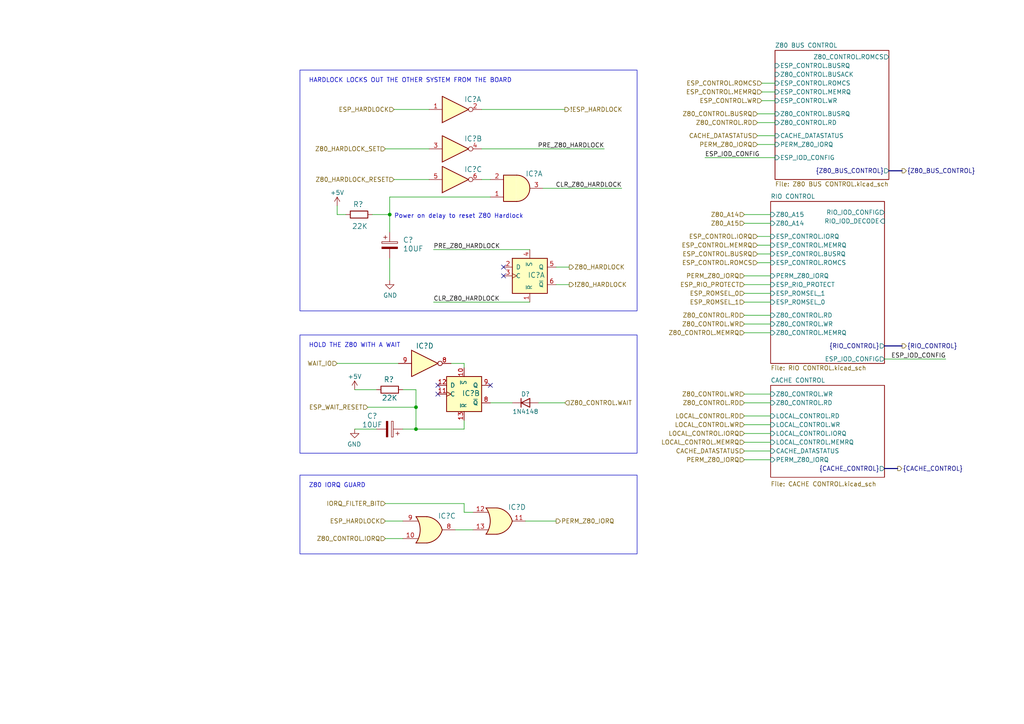
<source format=kicad_sch>
(kicad_sch (version 20230121) (generator eeschema)
  (paper "A4")
  (title_block (comment 1 "This is a 74 series logic implemenation of the GLUE logic for a ZXspectrum FujiNet"))
  (lib_symbols
    (symbol "74xx:74HC04"
      (property "Reference" "U" (at 0 1.27 0))
      (property "Value" "74HC04" (at 0 -1.27 0))
      (symbol "74HC04_1_0"
        (polyline (pts (xy -3.81 3.81) (xy -3.81 -3.81) (xy 3.81 0) (xy -3.81 3.81)) (stroke (width 0.254)) (fill (type background)))
        (pin input line (at -7.62 0 0) (length 3.81) (name "~") (number "1"))
        (pin output inverted (at 7.62 0 180) (length 3.81) (name "~") (number "2"))
      )
      (symbol "74HC04_2_0"
        (polyline (pts (xy -3.81 3.81) (xy -3.81 -3.81) (xy 3.81 0) (xy -3.81 3.81)) (stroke (width 0.254)) (fill (type background)))
        (pin input line (at -7.62 0 0) (length 3.81) (name "~") (number "3"))
        (pin output inverted (at 7.62 0 180) (length 3.81) (name "~") (number "4"))
      )
      (symbol "74HC04_3_0"
        (polyline (pts (xy -3.81 3.81) (xy -3.81 -3.81) (xy 3.81 0) (xy -3.81 3.81)) (stroke (width 0.254)) (fill (type background)))
        (pin input line (at -7.62 0 0) (length 3.81) (name "~") (number "5"))
        (pin output inverted (at 7.62 0 180) (length 3.81) (name "~") (number "6"))
      )
      (symbol "74HC04_4_0"
        (polyline (pts (xy -3.81 3.81) (xy -3.81 -3.81) (xy 3.81 0) (xy -3.81 3.81)) (stroke (width 0.254)) (fill (type background)))
        (pin output inverted (at 7.62 0 180) (length 3.81) (name "~") (number "8"))
        (pin input line (at -7.62 0 0) (length 3.81) (name "~") (number "9"))
      )
      (symbol "74HC04_5_0"
        (polyline (pts (xy -3.81 3.81) (xy -3.81 -3.81) (xy 3.81 0) (xy -3.81 3.81)) (stroke (width 0.254)) (fill (type background)))
        (pin output inverted (at 7.62 0 180) (length 3.81) (name "~") (number "10"))
        (pin input line (at -7.62 0 0) (length 3.81) (name "~") (number "11"))
      )
      (symbol "74HC04_6_0"
        (polyline (pts (xy -3.81 3.81) (xy -3.81 -3.81) (xy 3.81 0) (xy -3.81 3.81)) (stroke (width 0.254)) (fill (type background)))
        (pin output inverted (at 7.62 0 180) (length 3.81) (name "~") (number "12"))
        (pin input line (at -7.62 0 0) (length 3.81) (name "~") (number "13"))
      )
      (symbol "74HC04_7_0"
        (pin power_in line (at 0 12.7 270) (length 5.08) (name "VCC") (number "14"))
        (pin power_in line (at 0 -12.7 90) (length 5.08) (name "GND") (number "7"))
      )
      (symbol "74HC04_7_1"
        (rectangle (start -5.08 7.62) (end 5.08 -7.62) (stroke (width 0.254)) (fill (type background)))
      )
    )
    (symbol "74xx:74HC74" (pin_names (offset 1.016))
      (property "Reference" "U" (at -7.62 8.89 0))
      (property "Value" "74HC74" (at -7.62 -8.89 0))
      (symbol "74HC74_1_0"
        (pin input line (at 0 -7.62 90) (length 2.54) (name "~{R}") (number "1"))
        (pin input line (at -7.62 2.54 0) (length 2.54) (name "D") (number "2"))
        (pin input clock (at -7.62 0 0) (length 2.54) (name "C") (number "3"))
        (pin input line (at 0 7.62 270) (length 2.54) (name "~{S}") (number "4"))
        (pin output line (at 7.62 2.54 180) (length 2.54) (name "Q") (number "5"))
        (pin output line (at 7.62 -2.54 180) (length 2.54) (name "~{Q}") (number "6"))
      )
      (symbol "74HC74_1_1"
        (rectangle (start -5.08 5.08) (end 5.08 -5.08) (stroke (width 0.254)) (fill (type background)))
      )
      (symbol "74HC74_2_0"
        (pin input line (at 0 7.62 270) (length 2.54) (name "~{S}") (number "10"))
        (pin input clock (at -7.62 0 0) (length 2.54) (name "C") (number "11"))
        (pin input line (at -7.62 2.54 0) (length 2.54) (name "D") (number "12"))
        (pin input line (at 0 -7.62 90) (length 2.54) (name "~{R}") (number "13"))
        (pin output line (at 7.62 -2.54 180) (length 2.54) (name "~{Q}") (number "8"))
        (pin output line (at 7.62 2.54 180) (length 2.54) (name "Q") (number "9"))
      )
      (symbol "74HC74_2_1"
        (rectangle (start -5.08 5.08) (end 5.08 -5.08) (stroke (width 0.254)) (fill (type background)))
      )
      (symbol "74HC74_3_0"
        (pin power_in line (at 0 10.16 270) (length 2.54) (name "VCC") (number "14"))
        (pin power_in line (at 0 -10.16 90) (length 2.54) (name "GND") (number "7"))
      )
      (symbol "74HC74_3_1"
        (rectangle (start -5.08 7.62) (end 5.08 -7.62) (stroke (width 0.254)) (fill (type background)))
      )
    )
    (symbol "74xx:74LS08" (pin_names (offset 1.016))
      (property "Reference" "U" (at 0 1.27 0))
      (property "Value" "74LS08" (at 0 -1.27 0))
      (symbol "74LS08_1_1"
        (arc (start 0 -3.81) (mid 3.7934 0) (end 0 3.81) (stroke (width 0.254)) (fill (type background)))
        (polyline (pts (xy 0 3.81) (xy -3.81 3.81) (xy -3.81 -3.81) (xy 0 -3.81)) (stroke (width 0.254)) (fill (type background)))
        (pin input line (at -7.62 2.54 0) (length 3.81) (name "~") (number "1"))
        (pin input line (at -7.62 -2.54 0) (length 3.81) (name "~") (number "2"))
        (pin output line (at 7.62 0 180) (length 3.81) (name "~") (number "3"))
      )
      (symbol "74LS08_1_2"
        (arc (start -3.81 -3.81) (mid -2.589 0) (end -3.81 3.81) (stroke (width 0.254)))
        (arc (start -0.6096 -3.81) (mid 2.1842 -2.5851) (end 3.81 0) (stroke (width 0.254)) (fill (type background)))
        (polyline (pts (xy -3.81 -3.81) (xy -0.635 -3.81)) (stroke (width 0.254)) (fill (type background)))
        (polyline (pts (xy -3.81 3.81) (xy -0.635 3.81)) (stroke (width 0.254)) (fill (type background)))
        (polyline (pts (xy -0.635 3.81) (xy -3.81 3.81) (xy -3.81 3.81) (xy -3.556 3.4036) (xy -3.0226 2.2606) (xy -2.6924 1.0414) (xy -2.6162 -0.254) (xy -2.7686 -1.4986) (xy -3.175 -2.7178) (xy -3.81 -3.81) (xy -3.81 -3.81) (xy -0.635 -3.81)) (stroke (width -25.4)) (fill (type background)))
        (arc (start 3.81 0) (mid 2.1915 2.5936) (end -0.6096 3.81) (stroke (width 0.254)) (fill (type background)))
        (pin input inverted (at -7.62 2.54 0) (length 4.318) (name "~") (number "1"))
        (pin input inverted (at -7.62 -2.54 0) (length 4.318) (name "~") (number "2"))
        (pin output inverted (at 7.62 0 180) (length 3.81) (name "~") (number "3"))
      )
      (symbol "74LS08_2_1"
        (arc (start 0 -3.81) (mid 3.7934 0) (end 0 3.81) (stroke (width 0.254)) (fill (type background)))
        (polyline (pts (xy 0 3.81) (xy -3.81 3.81) (xy -3.81 -3.81) (xy 0 -3.81)) (stroke (width 0.254)) (fill (type background)))
        (pin input line (at -7.62 2.54 0) (length 3.81) (name "~") (number "4"))
        (pin input line (at -7.62 -2.54 0) (length 3.81) (name "~") (number "5"))
        (pin output line (at 7.62 0 180) (length 3.81) (name "~") (number "6"))
      )
      (symbol "74LS08_2_2"
        (arc (start -3.81 -3.81) (mid -2.589 0) (end -3.81 3.81) (stroke (width 0.254)))
        (arc (start -0.6096 -3.81) (mid 2.1842 -2.5851) (end 3.81 0) (stroke (width 0.254)) (fill (type background)))
        (polyline (pts (xy -3.81 -3.81) (xy -0.635 -3.81)) (stroke (width 0.254)) (fill (type background)))
        (polyline (pts (xy -3.81 3.81) (xy -0.635 3.81)) (stroke (width 0.254)) (fill (type background)))
        (polyline (pts (xy -0.635 3.81) (xy -3.81 3.81) (xy -3.81 3.81) (xy -3.556 3.4036) (xy -3.0226 2.2606) (xy -2.6924 1.0414) (xy -2.6162 -0.254) (xy -2.7686 -1.4986) (xy -3.175 -2.7178) (xy -3.81 -3.81) (xy -3.81 -3.81) (xy -0.635 -3.81)) (stroke (width -25.4)) (fill (type background)))
        (arc (start 3.81 0) (mid 2.1915 2.5936) (end -0.6096 3.81) (stroke (width 0.254)) (fill (type background)))
        (pin input inverted (at -7.62 2.54 0) (length 4.318) (name "~") (number "4"))
        (pin input inverted (at -7.62 -2.54 0) (length 4.318) (name "~") (number "5"))
        (pin output inverted (at 7.62 0 180) (length 3.81) (name "~") (number "6"))
      )
      (symbol "74LS08_3_1"
        (arc (start 0 -3.81) (mid 3.7934 0) (end 0 3.81) (stroke (width 0.254)) (fill (type background)))
        (polyline (pts (xy 0 3.81) (xy -3.81 3.81) (xy -3.81 -3.81) (xy 0 -3.81)) (stroke (width 0.254)) (fill (type background)))
        (pin input line (at -7.62 -2.54 0) (length 3.81) (name "~") (number "10"))
        (pin output line (at 7.62 0 180) (length 3.81) (name "~") (number "8"))
        (pin input line (at -7.62 2.54 0) (length 3.81) (name "~") (number "9"))
      )
      (symbol "74LS08_3_2"
        (arc (start -3.81 -3.81) (mid -2.589 0) (end -3.81 3.81) (stroke (width 0.254)))
        (arc (start -0.6096 -3.81) (mid 2.1842 -2.5851) (end 3.81 0) (stroke (width 0.254)) (fill (type background)))
        (polyline (pts (xy -3.81 -3.81) (xy -0.635 -3.81)) (stroke (width 0.254)) (fill (type background)))
        (polyline (pts (xy -3.81 3.81) (xy -0.635 3.81)) (stroke (width 0.254)) (fill (type background)))
        (polyline (pts (xy -0.635 3.81) (xy -3.81 3.81) (xy -3.81 3.81) (xy -3.556 3.4036) (xy -3.0226 2.2606) (xy -2.6924 1.0414) (xy -2.6162 -0.254) (xy -2.7686 -1.4986) (xy -3.175 -2.7178) (xy -3.81 -3.81) (xy -3.81 -3.81) (xy -0.635 -3.81)) (stroke (width -25.4)) (fill (type background)))
        (arc (start 3.81 0) (mid 2.1915 2.5936) (end -0.6096 3.81) (stroke (width 0.254)) (fill (type background)))
        (pin input inverted (at -7.62 -2.54 0) (length 4.318) (name "~") (number "10"))
        (pin output inverted (at 7.62 0 180) (length 3.81) (name "~") (number "8"))
        (pin input inverted (at -7.62 2.54 0) (length 4.318) (name "~") (number "9"))
      )
      (symbol "74LS08_4_1"
        (arc (start 0 -3.81) (mid 3.7934 0) (end 0 3.81) (stroke (width 0.254)) (fill (type background)))
        (polyline (pts (xy 0 3.81) (xy -3.81 3.81) (xy -3.81 -3.81) (xy 0 -3.81)) (stroke (width 0.254)) (fill (type background)))
        (pin output line (at 7.62 0 180) (length 3.81) (name "~") (number "11"))
        (pin input line (at -7.62 2.54 0) (length 3.81) (name "~") (number "12"))
        (pin input line (at -7.62 -2.54 0) (length 3.81) (name "~") (number "13"))
      )
      (symbol "74LS08_4_2"
        (arc (start -3.81 -3.81) (mid -2.589 0) (end -3.81 3.81) (stroke (width 0.254)))
        (arc (start -0.6096 -3.81) (mid 2.1842 -2.5851) (end 3.81 0) (stroke (width 0.254)) (fill (type background)))
        (polyline (pts (xy -3.81 -3.81) (xy -0.635 -3.81)) (stroke (width 0.254)) (fill (type background)))
        (polyline (pts (xy -3.81 3.81) (xy -0.635 3.81)) (stroke (width 0.254)) (fill (type background)))
        (polyline (pts (xy -0.635 3.81) (xy -3.81 3.81) (xy -3.81 3.81) (xy -3.556 3.4036) (xy -3.0226 2.2606) (xy -2.6924 1.0414) (xy -2.6162 -0.254) (xy -2.7686 -1.4986) (xy -3.175 -2.7178) (xy -3.81 -3.81) (xy -3.81 -3.81) (xy -0.635 -3.81)) (stroke (width -25.4)) (fill (type background)))
        (arc (start 3.81 0) (mid 2.1915 2.5936) (end -0.6096 3.81) (stroke (width 0.254)) (fill (type background)))
        (pin output inverted (at 7.62 0 180) (length 3.81) (name "~") (number "11"))
        (pin input inverted (at -7.62 2.54 0) (length 4.318) (name "~") (number "12"))
        (pin input inverted (at -7.62 -2.54 0) (length 4.318) (name "~") (number "13"))
      )
      (symbol "74LS08_5_0"
        (pin power_in line (at 0 12.7 270) (length 5.08) (name "VCC") (number "14"))
        (pin power_in line (at 0 -12.7 90) (length 5.08) (name "GND") (number "7"))
      )
      (symbol "74LS08_5_1"
        (rectangle (start -5.08 7.62) (end 5.08 -7.62) (stroke (width 0.254)) (fill (type background)))
      )
    )
    (symbol "74xx:74LS32" (pin_names (offset 1.016))
      (property "Reference" "U" (at 0 1.27 0))
      (property "Value" "74LS32" (at 0 -1.27 0))
      (symbol "74LS32_1_1"
        (arc (start -3.81 -3.81) (mid -2.589 0) (end -3.81 3.81) (stroke (width 0.254)))
        (arc (start -0.6096 -3.81) (mid 2.1842 -2.5851) (end 3.81 0) (stroke (width 0.254)) (fill (type background)))
        (polyline (pts (xy -3.81 -3.81) (xy -0.635 -3.81)) (stroke (width 0.254)) (fill (type background)))
        (polyline (pts (xy -3.81 3.81) (xy -0.635 3.81)) (stroke (width 0.254)) (fill (type background)))
        (polyline (pts (xy -0.635 3.81) (xy -3.81 3.81) (xy -3.81 3.81) (xy -3.556 3.4036) (xy -3.0226 2.2606) (xy -2.6924 1.0414) (xy -2.6162 -0.254) (xy -2.7686 -1.4986) (xy -3.175 -2.7178) (xy -3.81 -3.81) (xy -3.81 -3.81) (xy -0.635 -3.81)) (stroke (width -25.4)) (fill (type background)))
        (arc (start 3.81 0) (mid 2.1915 2.5936) (end -0.6096 3.81) (stroke (width 0.254)) (fill (type background)))
        (pin input line (at -7.62 2.54 0) (length 4.318) (name "~") (number "1"))
        (pin input line (at -7.62 -2.54 0) (length 4.318) (name "~") (number "2"))
        (pin output line (at 7.62 0 180) (length 3.81) (name "~") (number "3"))
      )
      (symbol "74LS32_1_2"
        (arc (start 0 -3.81) (mid 3.7934 0) (end 0 3.81) (stroke (width 0.254)) (fill (type background)))
        (polyline (pts (xy 0 3.81) (xy -3.81 3.81) (xy -3.81 -3.81) (xy 0 -3.81)) (stroke (width 0.254)) (fill (type background)))
        (pin input inverted (at -7.62 2.54 0) (length 3.81) (name "~") (number "1"))
        (pin input inverted (at -7.62 -2.54 0) (length 3.81) (name "~") (number "2"))
        (pin output inverted (at 7.62 0 180) (length 3.81) (name "~") (number "3"))
      )
      (symbol "74LS32_2_1"
        (arc (start -3.81 -3.81) (mid -2.589 0) (end -3.81 3.81) (stroke (width 0.254)))
        (arc (start -0.6096 -3.81) (mid 2.1842 -2.5851) (end 3.81 0) (stroke (width 0.254)) (fill (type background)))
        (polyline (pts (xy -3.81 -3.81) (xy -0.635 -3.81)) (stroke (width 0.254)) (fill (type background)))
        (polyline (pts (xy -3.81 3.81) (xy -0.635 3.81)) (stroke (width 0.254)) (fill (type background)))
        (polyline (pts (xy -0.635 3.81) (xy -3.81 3.81) (xy -3.81 3.81) (xy -3.556 3.4036) (xy -3.0226 2.2606) (xy -2.6924 1.0414) (xy -2.6162 -0.254) (xy -2.7686 -1.4986) (xy -3.175 -2.7178) (xy -3.81 -3.81) (xy -3.81 -3.81) (xy -0.635 -3.81)) (stroke (width -25.4)) (fill (type background)))
        (arc (start 3.81 0) (mid 2.1915 2.5936) (end -0.6096 3.81) (stroke (width 0.254)) (fill (type background)))
        (pin input line (at -7.62 2.54 0) (length 4.318) (name "~") (number "4"))
        (pin input line (at -7.62 -2.54 0) (length 4.318) (name "~") (number "5"))
        (pin output line (at 7.62 0 180) (length 3.81) (name "~") (number "6"))
      )
      (symbol "74LS32_2_2"
        (arc (start 0 -3.81) (mid 3.7934 0) (end 0 3.81) (stroke (width 0.254)) (fill (type background)))
        (polyline (pts (xy 0 3.81) (xy -3.81 3.81) (xy -3.81 -3.81) (xy 0 -3.81)) (stroke (width 0.254)) (fill (type background)))
        (pin input inverted (at -7.62 2.54 0) (length 3.81) (name "~") (number "4"))
        (pin input inverted (at -7.62 -2.54 0) (length 3.81) (name "~") (number "5"))
        (pin output inverted (at 7.62 0 180) (length 3.81) (name "~") (number "6"))
      )
      (symbol "74LS32_3_1"
        (arc (start -3.81 -3.81) (mid -2.589 0) (end -3.81 3.81) (stroke (width 0.254)))
        (arc (start -0.6096 -3.81) (mid 2.1842 -2.5851) (end 3.81 0) (stroke (width 0.254)) (fill (type background)))
        (polyline (pts (xy -3.81 -3.81) (xy -0.635 -3.81)) (stroke (width 0.254)) (fill (type background)))
        (polyline (pts (xy -3.81 3.81) (xy -0.635 3.81)) (stroke (width 0.254)) (fill (type background)))
        (polyline (pts (xy -0.635 3.81) (xy -3.81 3.81) (xy -3.81 3.81) (xy -3.556 3.4036) (xy -3.0226 2.2606) (xy -2.6924 1.0414) (xy -2.6162 -0.254) (xy -2.7686 -1.4986) (xy -3.175 -2.7178) (xy -3.81 -3.81) (xy -3.81 -3.81) (xy -0.635 -3.81)) (stroke (width -25.4)) (fill (type background)))
        (arc (start 3.81 0) (mid 2.1915 2.5936) (end -0.6096 3.81) (stroke (width 0.254)) (fill (type background)))
        (pin input line (at -7.62 -2.54 0) (length 4.318) (name "~") (number "10"))
        (pin output line (at 7.62 0 180) (length 3.81) (name "~") (number "8"))
        (pin input line (at -7.62 2.54 0) (length 4.318) (name "~") (number "9"))
      )
      (symbol "74LS32_3_2"
        (arc (start 0 -3.81) (mid 3.7934 0) (end 0 3.81) (stroke (width 0.254)) (fill (type background)))
        (polyline (pts (xy 0 3.81) (xy -3.81 3.81) (xy -3.81 -3.81) (xy 0 -3.81)) (stroke (width 0.254)) (fill (type background)))
        (pin input inverted (at -7.62 -2.54 0) (length 3.81) (name "~") (number "10"))
        (pin output inverted (at 7.62 0 180) (length 3.81) (name "~") (number "8"))
        (pin input inverted (at -7.62 2.54 0) (length 3.81) (name "~") (number "9"))
      )
      (symbol "74LS32_4_1"
        (arc (start -3.81 -3.81) (mid -2.589 0) (end -3.81 3.81) (stroke (width 0.254)))
        (arc (start -0.6096 -3.81) (mid 2.1842 -2.5851) (end 3.81 0) (stroke (width 0.254)) (fill (type background)))
        (polyline (pts (xy -3.81 -3.81) (xy -0.635 -3.81)) (stroke (width 0.254)) (fill (type background)))
        (polyline (pts (xy -3.81 3.81) (xy -0.635 3.81)) (stroke (width 0.254)) (fill (type background)))
        (polyline (pts (xy -0.635 3.81) (xy -3.81 3.81) (xy -3.81 3.81) (xy -3.556 3.4036) (xy -3.0226 2.2606) (xy -2.6924 1.0414) (xy -2.6162 -0.254) (xy -2.7686 -1.4986) (xy -3.175 -2.7178) (xy -3.81 -3.81) (xy -3.81 -3.81) (xy -0.635 -3.81)) (stroke (width -25.4)) (fill (type background)))
        (arc (start 3.81 0) (mid 2.1915 2.5936) (end -0.6096 3.81) (stroke (width 0.254)) (fill (type background)))
        (pin output line (at 7.62 0 180) (length 3.81) (name "~") (number "11"))
        (pin input line (at -7.62 2.54 0) (length 4.318) (name "~") (number "12"))
        (pin input line (at -7.62 -2.54 0) (length 4.318) (name "~") (number "13"))
      )
      (symbol "74LS32_4_2"
        (arc (start 0 -3.81) (mid 3.7934 0) (end 0 3.81) (stroke (width 0.254)) (fill (type background)))
        (polyline (pts (xy 0 3.81) (xy -3.81 3.81) (xy -3.81 -3.81) (xy 0 -3.81)) (stroke (width 0.254)) (fill (type background)))
        (pin output inverted (at 7.62 0 180) (length 3.81) (name "~") (number "11"))
        (pin input inverted (at -7.62 2.54 0) (length 3.81) (name "~") (number "12"))
        (pin input inverted (at -7.62 -2.54 0) (length 3.81) (name "~") (number "13"))
      )
      (symbol "74LS32_5_0"
        (pin power_in line (at 0 12.7 270) (length 5.08) (name "VCC") (number "14"))
        (pin power_in line (at 0 -12.7 90) (length 5.08) (name "GND") (number "7"))
      )
      (symbol "74LS32_5_1"
        (rectangle (start -5.08 7.62) (end 5.08 -7.62) (stroke (width 0.254)) (fill (type background)))
      )
    )
    (symbol "Device:C_Polarized" (pin_numbers hide) (pin_names (offset 0.254))
      (property "Reference" "C" (at 0.635 2.54 0))
      (property "Value" "C_Polarized" (at 0.635 -2.54 0))
      (symbol "C_Polarized_0_1"
        (rectangle (start -2.286 0.508) (end 2.286 1.016))
        (polyline (pts (xy -1.778 2.286) (xy -0.762 2.286)))
        (polyline (pts (xy -1.27 2.794) (xy -1.27 1.778)))
        (rectangle (start 2.286 -0.508) (end -2.286 -1.016) (fill (type outline)))
      )
      (symbol "C_Polarized_1_1"
        (pin passive line (at 0 3.81 270) (length 2.794) (name "~") (number "1"))
        (pin passive line (at 0 -3.81 90) (length 2.794) (name "~") (number "2"))
      )
    )
    (symbol "Device:D" (pin_numbers hide) (pin_names (offset 1.016) hide)
      (property "Reference" "D" (at 0 2.54 0))
      (property "Value" "D" (at 0 -2.54 0))
      (symbol "D_0_1"
        (polyline (pts (xy -1.27 1.27) (xy -1.27 -1.27)) (stroke (width 0.254)))
        (polyline (pts (xy 1.27 0) (xy -1.27 0)))
        (polyline (pts (xy 1.27 1.27) (xy 1.27 -1.27) (xy -1.27 0) (xy 1.27 1.27)) (stroke (width 0.254)))
      )
      (symbol "D_1_1"
        (pin passive line (at -3.81 0 0) (length 2.54) (name "K") (number "1"))
        (pin passive line (at 3.81 0 180) (length 2.54) (name "A") (number "2"))
      )
    )
    (symbol "Device:R" (pin_numbers hide) (pin_names (offset 0))
      (property "Reference" "R" (at 2.032 0 90))
      (property "Value" "R" (at 0 0 90))
      (symbol "R_0_1"
        (rectangle (start -1.016 -2.54) (end 1.016 2.54) (stroke (width 0.254)))
      )
      (symbol "R_1_1"
        (pin passive line (at 0 3.81 270) (length 1.27) (name "~") (number "1"))
        (pin passive line (at 0 -3.81 90) (length 1.27) (name "~") (number "2"))
      )
    )
    (symbol "power:+5V" (power) (pin_names (offset 0))
      (property "Value" "+5V" (at 0 3.556 0))
      (symbol "+5V_0_1"
        (polyline (pts (xy -0.762 1.27) (xy 0 2.54)))
        (polyline (pts (xy 0 0) (xy 0 2.54)))
        (polyline (pts (xy 0 2.54) (xy 0.762 1.27)))
      )
      (symbol "+5V_1_1"
        (pin power_in line (at 0 0 90) (length 0) hide (name "+5V") (number "1"))
      )
    )
    (symbol "power:GND" (power) (pin_names (offset 0))
      (property "Value" "GND" (at 0 -3.81 0))
      (symbol "GND_0_1"
        (polyline (pts (xy 0 0) (xy 0 -1.27) (xy 1.27 -1.27) (xy 0 -2.54) (xy -1.27 -1.27) (xy 0 -1.27)))
      )
      (symbol "GND_1_1"
        (pin power_in line (at 0 0 270) (length 0) hide (name "GND") (number "1"))
      )
    )
  )
  (bus_alias "Z80_BUS_CONTROL" (members "Z80_BUS_CONTROL.Z80_DATA_DIR" "Z80_BUS_CONTROL.Z80_DATA_OE" "Z80_BUS_CONTROL.Z80_ADD_DIR" "Z80_BUS_CONTROL.Z80_ADD_OE"))
  (bus_alias "RIO_CONTROL" (members "RIO_CONTROL.A16" "RIO_CONTROL.A15" "RIO_CONTROL.A14" "RIO_CONTROL.WE" "RIO_CONTROL.CE" "RIO_CONTROL.OE" "RIO_CONTROL.IOD_DECODE" "RIO_CONTROL.DATA_DIR" "RIO_CONTROL.DATA_OE"))
  (bus_alias "CACHE_CONTROL" (members "CACHE_CONTROL.A16" "CACHE_CONTROL.WE" "CACHE_CONTROL.OE" "CACHE_CONTROL.CS" "CACHE_CONTROL.DATASTATUS+PERM_Z80_IORQ"))
  (junction (at 120.65 124.46))
  (junction (at 113.03 62.23))
  (junction (at 120.65 118.11))
  (no_connect (at 146.05 80.01))
  (no_connect (at 146.05 77.47))
  (no_connect (at 142.24 111.76))
  (no_connect (at 127 111.76))
  (no_connect (at 127 114.3))
  (wire (pts (xy 139.7 43.18) (xy 175.26 43.18)))
  (wire (pts (xy 220.98 29.21) (xy 224.79 29.21)))
  (wire (pts (xy 102.87 113.03) (xy 109.22 113.03)))
  (wire (pts (xy 113.03 57.15) (xy 142.24 57.15)))
  (wire (pts (xy 116.84 124.46) (xy 120.65 124.46)))
  (wire (pts (xy 157.48 54.61) (xy 180.34 54.61)))
  (wire (pts (xy 215.9 91.44) (xy 223.52 91.44)))
  (wire (pts (xy 139.7 31.75) (xy 163.83 31.75)))
  (wire (pts (xy 215.9 85.09) (xy 223.52 85.09)))
  (wire (pts (xy 125.73 72.39) (xy 153.67 72.39)))
  (wire (pts (xy 215.9 114.3) (xy 223.52 114.3)))
  (wire (pts (xy 124.46 52.07) (xy 114.3 52.07)))
  (wire (pts (xy 165.1 77.47) (xy 161.29 77.47)))
  (wire (pts (xy 116.84 151.13) (xy 111.76 151.13)))
  (wire (pts (xy 215.9 125.73) (xy 223.52 125.73)))
  (wire (pts (xy 124.46 43.18) (xy 111.76 43.18)))
  (wire (pts (xy 97.79 105.41) (xy 115.57 105.41)))
  (wire (pts (xy 223.52 133.35) (xy 215.9 133.35)))
  (wire (pts (xy 111.76 146.05) (xy 134.62 146.05)))
  (wire (pts (xy 215.9 80.01) (xy 223.52 80.01)))
  (wire (pts (xy 142.24 116.84) (xy 148.59 116.84)))
  (wire (pts (xy 219.71 41.91) (xy 224.79 41.91)))
  (wire (pts (xy 120.65 113.03) (xy 116.84 113.03)))
  (wire (pts (xy 152.4 151.13) (xy 161.29 151.13)))
  (wire (pts (xy 219.71 35.56) (xy 224.79 35.56)))
  (wire (pts (xy 139.7 52.07) (xy 142.24 52.07)))
  (wire (pts (xy 156.21 116.84) (xy 163.83 116.84)))
  (wire (pts (xy 120.65 124.46) (xy 134.62 124.46)))
  (wire (pts (xy 256.54 104.14) (xy 274.32 104.14)))
  (wire (pts (xy 161.29 82.55) (xy 165.1 82.55)))
  (wire (pts (xy 120.65 118.11) (xy 120.65 124.46)))
  (wire (pts (xy 97.79 59.69) (xy 97.79 62.23)))
  (wire (pts (xy 132.08 153.67) (xy 137.16 153.67)))
  (wire (pts (xy 220.98 26.67) (xy 224.79 26.67)))
  (wire (pts (xy 219.71 33.02) (xy 224.79 33.02)))
  (wire (pts (xy 215.9 82.55) (xy 223.52 82.55)))
  (wire (pts (xy 114.3 31.75) (xy 124.46 31.75)))
  (wire (pts (xy 215.9 62.23) (xy 223.52 62.23)))
  (wire (pts (xy 137.16 148.59) (xy 134.62 148.59)))
  (wire (pts (xy 219.71 71.12) (xy 223.52 71.12)))
  (wire (pts (xy 97.79 62.23) (xy 100.33 62.23)))
  (wire (pts (xy 219.71 76.2) (xy 223.52 76.2)))
  (wire (pts (xy 134.62 106.68) (xy 134.62 105.41)))
  (wire (pts (xy 215.9 120.65) (xy 223.52 120.65)))
  (wire (pts (xy 134.62 148.59) (xy 134.62 146.05)))
  (wire (pts (xy 204.47 45.72) (xy 224.79 45.72)))
  (bus (pts (xy 260.35 135.89) (xy 256.54 135.89)))
  (wire (pts (xy 219.71 68.58) (xy 223.52 68.58)))
  (wire (pts (xy 215.9 93.98) (xy 223.52 93.98)))
  (wire (pts (xy 215.9 128.27) (xy 223.52 128.27)))
  (wire (pts (xy 116.84 156.21) (xy 111.76 156.21)))
  (wire (pts (xy 130.81 105.41) (xy 134.62 105.41)))
  (wire (pts (xy 215.9 96.52) (xy 223.52 96.52)))
  (wire (pts (xy 120.65 113.03) (xy 120.65 118.11)))
  (wire (pts (xy 107.95 62.23) (xy 113.03 62.23)))
  (wire (pts (xy 113.03 62.23) (xy 113.03 67.31)))
  (wire (pts (xy 215.9 64.77) (xy 223.52 64.77)))
  (wire (pts (xy 125.73 87.63) (xy 153.67 87.63)))
  (wire (pts (xy 113.03 57.15) (xy 113.03 62.23)))
  (wire (pts (xy 215.9 130.81) (xy 223.52 130.81)))
  (wire (pts (xy 215.9 87.63) (xy 223.52 87.63)))
  (wire (pts (xy 219.71 73.66) (xy 223.52 73.66)))
  (wire (pts (xy 220.98 24.13) (xy 224.79 24.13)))
  (wire (pts (xy 219.71 39.37) (xy 224.79 39.37)))
  (wire (pts (xy 113.03 74.93) (xy 113.03 81.28)))
  (bus (pts (xy 257.81 49.53) (xy 261.62 49.53)))
  (wire (pts (xy 215.9 116.84) (xy 223.52 116.84)))
  (wire (pts (xy 215.9 123.19) (xy 223.52 123.19)))
  (bus (pts (xy 256.54 100.33) (xy 261.62 100.33)))
  (wire (pts (xy 102.87 124.46) (xy 109.22 124.46)))
  (wire (pts (xy 134.62 124.46) (xy 134.62 121.92)))
  (wire (pts (xy 106.68 118.11) (xy 120.65 118.11)))
  (rectangle (start 86.995 97.155) (end 184.785 131.445))
  (rectangle (start 86.995 20.32) (end 184.785 90.17))
  (rectangle (start 86.995 137.795) (end 184.785 160.655))
  (text "HARDLOCK LOCKS OUT THE OTHER SYSTEM FROM THE BOARD" (at 89.535 24.13 0) (effects (font (size 1.27 1.27)) (justify left bottom)))
  (text "Power on delay to reset Z80 Hardlock\n" (at 114.3 63.5 0) (effects (font (size 1.27 1.27)) (justify left bottom)))
  (text "HOLD THE Z80 WITH A WAIT" (at 89.535 100.965 0) (effects (font (size 1.27 1.27)) (justify left bottom)))
  (text "Z80 IORQ GUARD" (at 89.535 141.605 0) (effects (font (size 1.27 1.27)) (justify left bottom)))
  (label "CLR_Z80_HARDLOCK" (at 125.73 87.63 0))
  (label "PRE_Z80_HARDLOCK" (at 175.26 43.18 180))
  (label "ESP_IOD_CONFIG" (at 204.47 45.72 0))
  (label "ESP_IOD_CONFIG" (at 274.32 104.14 180))
  (label "CLR_Z80_HARDLOCK" (at 180.34 54.61 180))
  (label "PRE_Z80_HARDLOCK" (at 125.73 72.39 0))
  (hierarchical_label "PERM_Z80_IORQ" (shape output) (at 161.29 151.13 0))
  (hierarchical_label "{Z80_BUS_CONTROL}" (shape output) (at 261.62 49.53 0))
  (hierarchical_label "LOCAL_CONTROL.WR" (shape input) (at 215.9 123.19 180))
  (hierarchical_label "Z80_CONTROL.BUSRQ" (shape input) (at 219.71 33.02 180))
  (hierarchical_label "ESP_ROMSEL_0" (shape input) (at 215.9 85.09 180))
  (hierarchical_label "{RIO_CONTROL}" (shape output) (at 261.62 100.33 0))
  (hierarchical_label "ESP_CONTROL.MEMRQ" (shape input) (at 220.98 26.67 180))
  (hierarchical_label "ESP_ROMSEL_1" (shape input) (at 215.9 87.63 180))
  (hierarchical_label "WAIT_IO" (shape input) (at 97.79 105.41 180))
  (hierarchical_label "Z80_HARDLOCK" (shape output) (at 165.1 77.47 0))
  (hierarchical_label "LOCAL_CONTROL.IORQ" (shape input) (at 215.9 125.73 180))
  (hierarchical_label "Z80_CONTROL.WR" (shape input) (at 215.9 93.98 180))
  (hierarchical_label "CACHE_DATASTATUS" (shape input) (at 219.71 39.37 180))
  (hierarchical_label "Z80_CONTROL.MEMRQ" (shape input) (at 215.9 96.52 180))
  (hierarchical_label "Z80_CONTROL.RD" (shape input) (at 219.71 35.56 180))
  (hierarchical_label "LOCAL_CONTROL.RD" (shape input) (at 215.9 120.65 180))
  (hierarchical_label "{CACHE_CONTROL}" (shape output) (at 260.35 135.89 0))
  (hierarchical_label "ESP_HARDLOCK" (shape input) (at 111.76 151.13 180))
  (hierarchical_label "ESP_CONTROL.MEMRQ" (shape input) (at 219.71 71.12 180))
  (hierarchical_label "ESP_CONTROL.BUSRQ" (shape input) (at 219.71 73.66 180))
  (hierarchical_label "ESP_CONTROL.ROMCS" (shape input) (at 219.71 76.2 180))
  (hierarchical_label "Z80_CONTROL.RD" (shape input) (at 215.9 91.44 180))
  (hierarchical_label "Z80_A15" (shape input) (at 215.9 64.77 180))
  (hierarchical_label "Z80_CONTROL.IORQ" (shape input) (at 111.76 156.21 180))
  (hierarchical_label "ESP_CONTROL.WR" (shape input) (at 220.98 29.21 180))
  (hierarchical_label "CACHE_DATASTATUS" (shape input) (at 215.9 130.81 180))
  (hierarchical_label "ESP_HARDLOCK" (shape input) (at 114.3 31.75 180))
  (hierarchical_label "ESP_RIO_PROTECT" (shape input) (at 215.9 82.55 180))
  (hierarchical_label "!ESP_HARDLOCK" (shape output) (at 163.83 31.75 0))
  (hierarchical_label "Z80_HARDLOCK_RESET" (shape input) (at 114.3 52.07 180))
  (hierarchical_label "IORQ_FILTER_BIT" (shape input) (at 111.76 146.05 180))
  (hierarchical_label "PERM_Z80_IORQ" (shape input) (at 215.9 80.01 180))
  (hierarchical_label "PERM_Z80_IORQ" (shape input) (at 215.9 133.35 180))
  (hierarchical_label "Z80_A14" (shape input) (at 215.9 62.23 180))
  (hierarchical_label "ESP_CONTROL.ROMCS" (shape input) (at 220.98 24.13 180))
  (hierarchical_label "LOCAL_CONTROL.MEMRQ" (shape input) (at 215.9 128.27 180))
  (hierarchical_label "Z80_HARDLOCK_SET" (shape input) (at 111.76 43.18 180))
  (hierarchical_label "Z80_CONTROL.WR" (shape input) (at 215.9 114.3 180))
  (hierarchical_label "ESP_CONTROL.IORQ" (shape input) (at 219.71 68.58 180))
  (hierarchical_label "ESP_WAIT_RESET" (shape input) (at 106.68 118.11 180))
  (hierarchical_label "PERM_Z80_IORQ" (shape input) (at 219.71 41.91 180))
  (hierarchical_label "Z80_CONTROL.RD" (shape input) (at 215.9 116.84 180))
  (hierarchical_label "Z80_CONTROL.WAIT" (shape input) (at 163.83 116.84 0))
  (hierarchical_label "!Z80_HARDLOCK" (shape output) (at 165.1 82.55 0))
  (symbol (lib_id "74xx:74HC04") (at 132.08 43.18 0) (mirror x) (unit 2)
    (property "Reference" "IC?" (at 134.62 39.37 0) (effects (font (size 1.4986 1.4986)) (justify left bottom)))
    (property "Value" "7404N" (effects hide))
    (property "Footprint" "Package_DIP:DIP-14_W7.62mm_Socket" (effects hide))
    (property "Datasheet" "https://assets.nexperia.com/documents/data-sheet/74HC_HCT04.pdf" (effects hide))
  )
  (symbol (lib_id "74xx:74HC04") (at 132.08 31.75 0) (mirror x) (unit 1)
    (property "Reference" "IC?" (at 134.62 27.94 0) (effects (font (size 1.4986 1.4986)) (justify left bottom)))
    (property "Value" "7404N" (effects hide))
    (property "Footprint" "Package_DIP:DIP-14_W7.62mm_Socket" (effects hide))
    (property "Datasheet" "https://assets.nexperia.com/documents/data-sheet/74HC_HCT04.pdf" (effects hide))
  )
  (symbol (lib_id "power:+5V") (at 102.87 113.03 0) (unit 1)
    (property "Reference" "#PWR?" (effects hide))
    (property "Value" "+5V" (at 102.87 109.22 0))
  )
  (symbol (lib_id "Device:R") (at 113.03 113.03 90) (unit 1)
    (property "Reference" "R?" (at 114.3 109.22 90) (effects (font (size 1.4986 1.4986)) (justify left bottom)))
    (property "Value" "22K" (at 115.316 114.554 90) (effects (font (size 1.4986 1.4986)) (justify left bottom)))
    (property "Footprint" "Resistor_THT:R_Axial_DIN0207_L6.3mm_D2.5mm_P10.16mm_Horizontal" (effects hide))
  )
  (symbol (lib_id "74xx:74HC04") (at 123.19 105.41 0) (unit 4)
    (property "Reference" "IC?" (at 123.19 100.33 0) (effects (font (size 1.4986 1.4986))))
    (property "Value" "7404N" (effects hide))
    (property "Footprint" "Package_DIP:DIP-14_W7.62mm_Socket" (effects hide))
    (property "Datasheet" "https://assets.nexperia.com/documents/data-sheet/74HC_HCT04.pdf" (effects hide))
  )
  (symbol (lib_id "74xx:74LS08") (at 149.86 54.61 0) (mirror x) (unit 1)
    (property "Reference" "IC?" (at 152.4 49.53 0) (effects (font (size 1.4986 1.4986)) (justify left bottom)))
    (property "Value" "74HC08N" (effects hide))
    (property "Footprint" "Package_DIP:DIP-14_W7.62mm_Socket" (effects hide))
    (property "Datasheet" "http://www.ti.com/lit/gpn/sn74LS08" (effects hide))
  )
  (symbol (lib_id "74xx:74LS32") (at 144.78 151.13 0) (unit 4)
    (property "Reference" "IC?" (at 147.32 147.955 0) (effects (font (size 1.4986 1.4986)) (justify left bottom)))
    (property "Value" "74HC32N" (effects hide))
    (property "Footprint" "Package_DIP:DIP-14_W7.62mm_Socket" (effects hide))
    (property "Datasheet" "http://www.ti.com/lit/gpn/sn74LS32" (effects hide))
  )
  (symbol (lib_id "74xx:74HC74") (at 134.62 114.3 0) (unit 2)
    (property "Reference" "IC?" (at 133.985 114.935 0) (effects (font (size 1.4986 1.4986)) (justify left bottom)))
    (property "Value" "7474N" (effects hide))
    (property "Footprint" "Package_DIP:DIP-14_W7.62mm_Socket" (effects hide))
    (property "Datasheet" "74xx/74hc_hct74.pdf" (effects hide))
  )
  (symbol (lib_id "74xx:74HC04") (at 132.08 52.07 0) (mirror x) (unit 3)
    (property "Reference" "IC?" (at 134.62 48.26 0) (effects (font (size 1.4986 1.4986)) (justify left bottom)))
    (property "Value" "7404N" (effects hide))
    (property "Footprint" "Package_DIP:DIP-14_W7.62mm_Socket" (effects hide))
    (property "Datasheet" "https://assets.nexperia.com/documents/data-sheet/74HC_HCT04.pdf" (effects hide))
  )
  (symbol (lib_id "Device:C_Polarized") (at 113.03 71.12 0) (unit 1)
    (property "Reference" "C?" (at 116.84 69.596 0) (effects (font (size 1.4986 1.4986)) (justify left)))
    (property "Value" "10UF" (at 116.84 72.136 0) (effects (font (size 1.4986 1.4986)) (justify left)))
    (property "Footprint" "Capacitor_THT:CP_Radial_D8.0mm_P5.00mm" (effects hide))
  )
  (symbol (lib_id "power:GND") (at 113.03 81.28 0) (unit 1)
    (property "Reference" "#PWR?" (effects hide))
    (property "Value" "GND" (at 113.157 85.6742 0))
  )
  (symbol (lib_id "74xx:74HC74") (at 153.67 80.01 0) (unit 1)
    (property "Reference" "IC?" (at 153.035 80.645 0) (effects (font (size 1.4986 1.4986)) (justify left bottom)))
    (property "Value" "7474N" (effects hide))
    (property "Footprint" "Package_DIP:DIP-14_W7.62mm_Socket" (effects hide))
    (property "Datasheet" "74xx/74hc_hct74.pdf" (effects hide))
  )
  (symbol (lib_id "Device:C_Polarized") (at 113.03 124.46 270) (mirror x) (unit 1)
    (property "Reference" "C?" (at 107.95 120.65 90) (effects (font (size 1.4986 1.4986))))
    (property "Value" "10UF" (at 107.95 123.19 90) (effects (font (size 1.4986 1.4986))))
    (property "Footprint" "Capacitor_THT:CP_Radial_D8.0mm_P5.00mm" (effects hide))
  )
  (symbol (lib_id "Device:R") (at 104.14 62.23 90) (unit 1)
    (property "Reference" "R?" (at 105.41 58.42 90) (effects (font (size 1.4986 1.4986)) (justify left bottom)))
    (property "Value" "22K" (at 106.68 64.77 90) (effects (font (size 1.4986 1.4986)) (justify left bottom)))
    (property "Footprint" "Resistor_THT:R_Axial_DIN0207_L6.3mm_D2.5mm_P10.16mm_Horizontal" (effects hide))
  )
  (symbol (lib_id "power:GND") (at 102.87 124.46 0) (mirror y) (unit 1)
    (property "Reference" "#PWR?" (effects hide))
    (property "Value" "GND" (at 102.743 128.8542 0))
  )
  (symbol (lib_id "power:+5V") (at 97.79 59.69 0) (unit 1)
    (property "Reference" "#PWR?" (effects hide))
    (property "Value" "+5V" (at 97.79 55.88 0))
  )
  (symbol (lib_id "Device:D") (at 152.4 116.84 0) (unit 1)
    (property "Reference" "D?" (at 152.4 114.3 0))
    (property "Value" "1N4148" (at 152.4 119.38 0))
    (property "Footprint" "Diode_THT:D_T-1_P5.08mm_Horizontal" (effects hide))
  )
  (symbol (lib_id "74xx:74LS32") (at 124.46 153.67 0) (unit 3)
    (property "Reference" "IC?" (at 127 150.495 0) (effects (font (size 1.4986 1.4986)) (justify left bottom)))
    (property "Value" "74HC32N" (effects hide))
    (property "Footprint" "Package_DIP:DIP-14_W7.62mm_Socket" (effects hide))
    (property "Datasheet" "http://www.ti.com/lit/gpn/sn74LS32" (effects hide))
  )
  (sheet (at 223.52 58.42) (size 33.02 46.99) (stroke (width 0.1524))
    (property "Sheetname" "RIO CONTROL" (at 223.52 57.7084 0) (effects (justify left bottom)))
    (property "Sheetfile" "RIO CONTROL.kicad_sch" (at 223.52 105.9946 0) (effects (justify left top)))
    (pin "ESP_ROMSEL_1" input (at 223.52 85.09 180))
    (pin "ESP_ROMSEL_0" input (at 223.52 87.63 180))
    (pin "ESP_IOD_CONFIG" output (at 256.54 104.14 0))
    (pin "{RIO_CONTROL}" output (at 256.54 100.33 0))
    (pin "PERM_Z80_IORQ" input (at 223.52 80.01 180))
    (pin "Z80_A14" input (at 223.52 64.77 180))
    (pin "Z80_A15" input (at 223.52 62.23 180))
    (pin "ESP_CONTROL.ROMCS" input (at 223.52 76.2 180))
    (pin "ESP_CONTROL.MEMRQ" input (at 223.52 71.12 180))
    (pin "ESP_CONTROL.IORQ" input (at 223.52 68.58 180))
    (pin "ESP_CONTROL.BUSRQ" input (at 223.52 73.66 180))
    (pin "Z80_CONTROL.RD" input (at 223.52 91.44 180))
    (pin "Z80_CONTROL.WR" input (at 223.52 93.98 180))
    (pin "Z80_CONTROL.MEMRQ" input (at 223.52 96.52 180))
    (pin "ESP_RIO_PROTECT" input (at 223.52 82.55 180))
    (pin "RIO_IOD_CONFIG" output (at 256.54 61.595 0))
    (pin "RIO_IOD_DECODE" input (at 256.54 64.135 0))
  )
  (sheet (at 224.79 14.605) (size 33.02 37.465) (stroke (width 0.1524))
    (property "Sheetname" "Z80 BUS CONTROL" (at 224.79 13.8934 0) (effects (justify left bottom)))
    (property "Sheetfile" "Z80 BUS CONTROL.kicad_sch" (at 224.79 52.6546 0) (effects (justify left top)))
    (pin "PERM_Z80_IORQ" input (at 224.79 41.91 180))
    (pin "ESP_IOD_CONFIG" input (at 224.79 45.72 180))
    (pin "{Z80_BUS_CONTROL}" output (at 257.81 49.53 0))
    (pin "CACHE_DATASTATUS" input (at 224.79 39.37 180))
    (pin "ESP_CONTROL.MEMRQ" input (at 224.79 26.67 180))
    (pin "ESP_CONTROL.WR" input (at 224.79 29.21 180))
    (pin "Z80_CONTROL.BUSRQ" input (at 224.79 33.02 180))
    (pin "Z80_CONTROL.RD" input (at 224.79 35.56 180))
    (pin "ESP_CONTROL.ROMCS" input (at 224.79 24.13 180))
    (pin "ESP_CONTROL.BUSRQ" input (at 224.79 19.05 180))
    (pin "Z80_CONTROL.BUSACK" input (at 224.79 21.59 180))
    (pin "Z80_CONTROL.ROMCS" output (at 257.81 16.51 0))
  )
  (sheet (at 223.52 111.76) (size 33.02 26.67) (stroke (width 0.1524))
    (property "Sheetname" "CACHE CONTROL" (at 223.52 111.0484 0) (effects (justify left bottom)))
    (property "Sheetfile" "CACHE CONTROL.kicad_sch" (at 223.52 139.6496 0) (effects (justify left top)))
    (pin "CACHE_DATASTATUS" input (at 223.52 130.81 180))
    (pin "PERM_Z80_IORQ" input (at 223.52 133.35 180))
    (pin "{CACHE_CONTROL}" output (at 256.54 135.89 0))
    (pin "Z80_CONTROL.WR" input (at 223.52 114.3 180))
    (pin "Z80_CONTROL.RD" input (at 223.52 116.84 180))
    (pin "LOCAL_CONTROL.IORQ" input (at 223.52 125.73 180))
    (pin "LOCAL_CONTROL.WR" input (at 223.52 123.19 180))
    (pin "LOCAL_CONTROL.MEMRQ" input (at 223.52 128.27 180))
    (pin "LOCAL_CONTROL.RD" input (at 223.52 120.65 180))
  )
)
</source>
